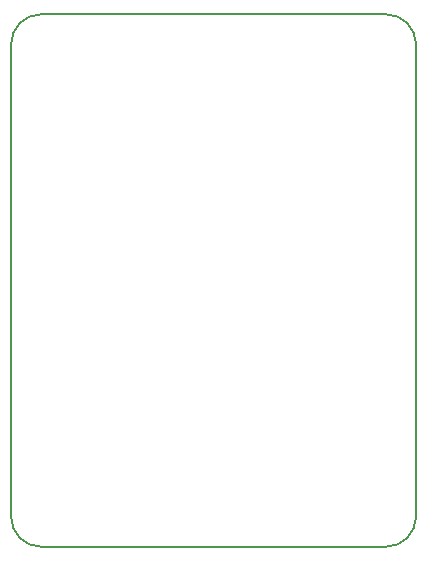
<source format=gm1>
G04 #@! TF.FileFunction,Profile,NP*
%FSLAX46Y46*%
G04 Gerber Fmt 4.6, Leading zero omitted, Abs format (unit mm)*
G04 Created by KiCad (PCBNEW 4.0.4-1.fc25-product) date Wed Mar 29 11:33:43 2017*
%MOMM*%
%LPD*%
G01*
G04 APERTURE LIST*
%ADD10C,0.100000*%
%ADD11C,0.150000*%
G04 APERTURE END LIST*
D10*
D11*
X156210000Y-120015000D02*
X156210000Y-80010000D01*
X187960000Y-122555000D02*
X158750000Y-122555000D01*
X190500000Y-80010000D02*
X190500000Y-120015000D01*
X156210000Y-120015000D02*
G75*
G03X158750000Y-122555000I2540000J0D01*
G01*
X187960000Y-122555000D02*
G75*
G03X190500000Y-120015000I0J2540000D01*
G01*
X158750000Y-77470000D02*
G75*
G03X156210000Y-80010000I0J-2540000D01*
G01*
X190500000Y-80010000D02*
G75*
G03X187960000Y-77470000I-2540000J0D01*
G01*
X158750000Y-77470000D02*
X187960000Y-77470000D01*
M02*

</source>
